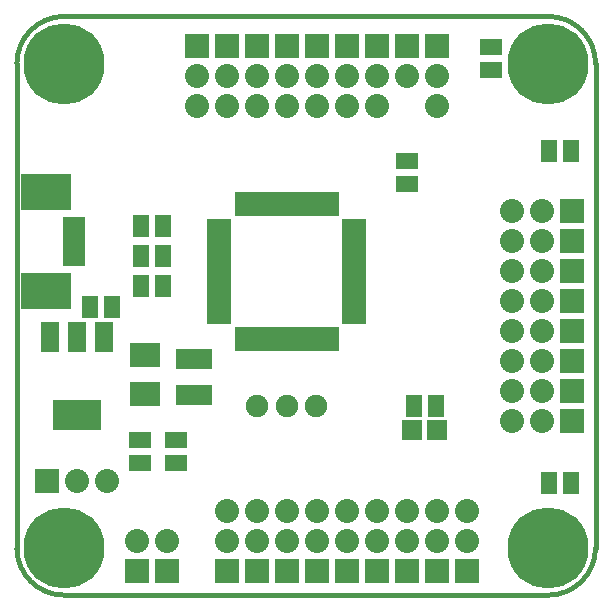
<source format=gts>
G04 (created by PCBNEW (2013-03-19 BZR 4004)-stable) date 5/7/2013 1:55:13 PM*
%MOIN*%
G04 Gerber Fmt 3.4, Leading zero omitted, Abs format*
%FSLAX34Y34*%
G01*
G70*
G90*
G04 APERTURE LIST*
%ADD10C,2.3622e-006*%
%ADD11C,0.015*%
%ADD12C,0.27*%
%ADD13R,0.1696X0.1184*%
%ADD14R,0.0751X0.0397*%
%ADD15R,0.055X0.075*%
%ADD16R,0.075X0.055*%
%ADD17R,0.0672X0.0672*%
%ADD18R,0.12X0.07*%
%ADD19R,0.1X0.08*%
%ADD20R,0.036X0.08*%
%ADD21R,0.08X0.036*%
%ADD22C,0.075*%
%ADD23R,0.164X0.1*%
%ADD24R,0.06X0.1*%
%ADD25R,0.08X0.08*%
%ADD26C,0.08*%
G04 APERTURE END LIST*
G54D10*
G54D11*
X67291Y-48716D02*
X67291Y-32574D01*
X49574Y-50291D02*
X65716Y-50291D01*
X48000Y-32574D02*
X48000Y-48716D01*
X65716Y-31000D02*
X49574Y-31000D01*
X48000Y-48716D02*
G75*
G03X49574Y-50291I1574J0D01*
G74*
G01*
X65716Y-50291D02*
G75*
G03X67291Y-48716I0J1574D01*
G74*
G01*
X67291Y-32574D02*
G75*
G03X65716Y-31000I-1574J0D01*
G74*
G01*
X49574Y-31000D02*
G75*
G03X48000Y-32574I0J-1574D01*
G74*
G01*
G54D12*
X65716Y-48716D03*
X65716Y-32574D03*
X49574Y-32574D03*
X49574Y-48716D03*
G54D13*
X48957Y-40154D03*
X48957Y-36846D03*
G54D14*
X49902Y-39130D03*
X49902Y-38815D03*
X49902Y-37870D03*
X49902Y-38185D03*
X49902Y-38500D03*
G54D15*
X52875Y-38000D03*
X52125Y-38000D03*
X52875Y-39000D03*
X52125Y-39000D03*
X61975Y-44000D03*
X61225Y-44000D03*
G54D16*
X53300Y-45125D03*
X53300Y-45875D03*
G54D17*
X61187Y-44800D03*
X62013Y-44800D03*
G54D15*
X52875Y-40000D03*
X52125Y-40000D03*
G54D18*
X53900Y-42425D03*
X53900Y-43625D03*
G54D15*
X65725Y-35500D03*
X66475Y-35500D03*
G54D19*
X52275Y-43600D03*
X52275Y-42300D03*
G54D20*
X57000Y-37250D03*
X56685Y-37250D03*
X56370Y-37250D03*
X56055Y-37250D03*
X55740Y-37250D03*
X55425Y-37250D03*
X57315Y-37250D03*
X57630Y-37250D03*
X57945Y-37250D03*
X58260Y-37250D03*
X58575Y-37250D03*
X57000Y-41750D03*
X56685Y-41750D03*
X56370Y-41750D03*
X56055Y-41750D03*
X55740Y-41750D03*
X55425Y-41750D03*
X57315Y-41750D03*
X57630Y-41750D03*
X57945Y-41750D03*
X58260Y-41750D03*
X58575Y-41750D03*
G54D21*
X54750Y-39500D03*
X59250Y-39500D03*
X54750Y-39815D03*
X59250Y-39815D03*
X59250Y-40130D03*
X54750Y-40130D03*
X54750Y-40445D03*
X59250Y-40445D03*
X59250Y-40760D03*
X54750Y-40760D03*
X54750Y-41075D03*
X59250Y-41075D03*
X59250Y-39185D03*
X54750Y-39185D03*
X54750Y-38870D03*
X59250Y-38870D03*
X59250Y-38555D03*
X54750Y-38555D03*
X54750Y-38240D03*
X59250Y-38240D03*
X59250Y-37925D03*
X54750Y-37925D03*
G54D22*
X56016Y-44000D03*
X57984Y-44000D03*
X57000Y-44000D03*
G54D15*
X50425Y-40700D03*
X51175Y-40700D03*
G54D16*
X52100Y-45875D03*
X52100Y-45125D03*
G54D23*
X50000Y-44300D03*
G54D24*
X50000Y-41700D03*
X49100Y-41700D03*
X50900Y-41700D03*
G54D25*
X55000Y-32000D03*
G54D26*
X55000Y-33000D03*
X55000Y-34000D03*
G54D25*
X49000Y-46500D03*
G54D26*
X50000Y-46500D03*
X51000Y-46500D03*
G54D25*
X62000Y-32000D03*
G54D26*
X62000Y-33000D03*
X62000Y-34000D03*
G54D25*
X66500Y-37500D03*
G54D26*
X65500Y-37500D03*
X64500Y-37500D03*
G54D25*
X66500Y-41500D03*
G54D26*
X65500Y-41500D03*
X64500Y-41500D03*
G54D25*
X66500Y-42500D03*
G54D26*
X65500Y-42500D03*
X64500Y-42500D03*
G54D25*
X66500Y-44500D03*
G54D26*
X65500Y-44500D03*
X64500Y-44500D03*
G54D25*
X66500Y-43500D03*
G54D26*
X65500Y-43500D03*
X64500Y-43500D03*
G54D25*
X63000Y-49500D03*
G54D26*
X63000Y-48500D03*
X63000Y-47500D03*
G54D25*
X62000Y-49500D03*
G54D26*
X62000Y-48500D03*
X62000Y-47500D03*
G54D25*
X60000Y-49500D03*
G54D26*
X60000Y-48500D03*
X60000Y-47500D03*
G54D25*
X61000Y-49500D03*
G54D26*
X61000Y-48500D03*
X61000Y-47500D03*
G54D25*
X59000Y-49500D03*
G54D26*
X59000Y-48500D03*
X59000Y-47500D03*
G54D25*
X66500Y-38500D03*
G54D26*
X65500Y-38500D03*
X64500Y-38500D03*
G54D25*
X66500Y-39500D03*
G54D26*
X65500Y-39500D03*
X64500Y-39500D03*
G54D25*
X66500Y-40500D03*
G54D26*
X65500Y-40500D03*
X64500Y-40500D03*
G54D25*
X58000Y-49500D03*
G54D26*
X58000Y-48500D03*
X58000Y-47500D03*
G54D25*
X57000Y-49500D03*
G54D26*
X57000Y-48500D03*
X57000Y-47500D03*
G54D25*
X56000Y-49500D03*
G54D26*
X56000Y-48500D03*
X56000Y-47500D03*
G54D25*
X55000Y-49500D03*
G54D26*
X55000Y-48500D03*
X55000Y-47500D03*
G54D25*
X54000Y-32000D03*
G54D26*
X54000Y-33000D03*
X54000Y-34000D03*
G54D25*
X60000Y-32000D03*
G54D26*
X60000Y-33000D03*
X60000Y-34000D03*
G54D25*
X59000Y-32000D03*
G54D26*
X59000Y-33000D03*
X59000Y-34000D03*
G54D25*
X58000Y-32000D03*
G54D26*
X58000Y-33000D03*
X58000Y-34000D03*
G54D25*
X56000Y-32000D03*
G54D26*
X56000Y-33000D03*
X56000Y-34000D03*
G54D25*
X52000Y-49500D03*
G54D26*
X52000Y-48500D03*
G54D25*
X53000Y-49500D03*
G54D26*
X53000Y-48500D03*
G54D16*
X61000Y-36575D03*
X61000Y-35825D03*
G54D25*
X57000Y-32000D03*
G54D26*
X57000Y-33000D03*
X57000Y-34000D03*
G54D25*
X61000Y-32000D03*
G54D26*
X61000Y-33000D03*
G54D15*
X65725Y-46550D03*
X66475Y-46550D03*
G54D16*
X63800Y-32775D03*
X63800Y-32025D03*
M02*

</source>
